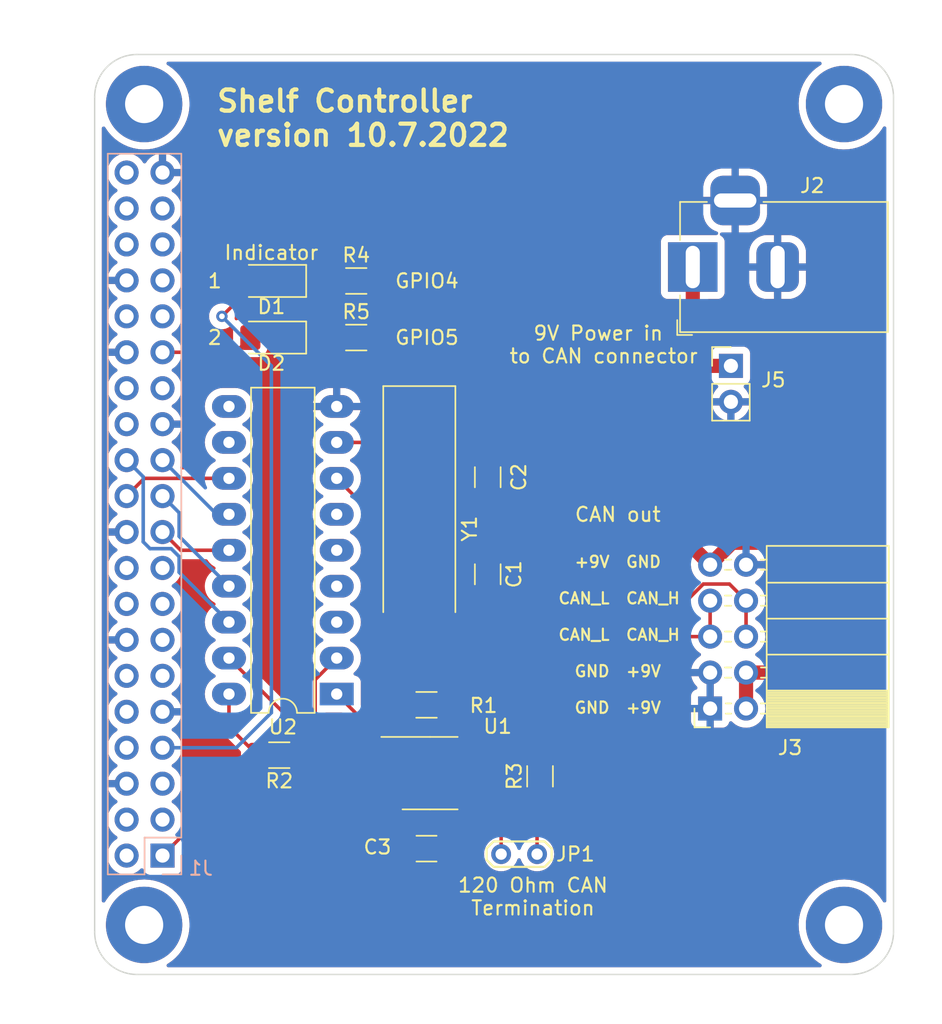
<source format=kicad_pcb>
(kicad_pcb (version 20211014) (generator pcbnew)
  (title_block (comment 4 "AISLER Project ID: YKEBTVGH"))
  (layers (0 "F.Cu" signal) (31 "B.Cu" signal) (34 "B.Paste" user) (35 "F.Paste" user) (36 "B.SilkS" user "B.Silkscreen") (37 "F.SilkS" user "F.Silkscreen") (38 "B.Mask" user) (39 "F.Mask" user) (44 "Edge.Cuts" user))
  (net 0 "")
  (net 1 "+3V3")
  (net 6 "Net-(D1-Pad1)")
  (net 8 "Net-(JP1-Pad2)")
  (net 28 "GND")
  (net 29 "+9V")
  (net 30 "/CAN_L")
  (net 31 "/CAN_H")
  (net 32 "Net-(C1-Pad2)")
  (net 33 "Net-(C2-Pad2)")
  (net 34 "Net-(D1-Pad2)")
  (net 35 "Net-(R1-Pad1)")
  (net 36 "Net-(R2-Pad1)")
  (net 37 "Net-(U1-Pad1)")
  (net 38 "Net-(U1-Pad4)")
  (net 46 "/CAN_INT")
  (net 47 "/SPI_CLK")
  (net 48 "/MOSI")
  (net 49 "/MISO")
  (net 50 "/CAN_CS")
  (net 55 "Net-(D2-Pad2)")
  (net 56 "Net-(D2-Pad1)")
  (footprint "MountingHole:MountingHole_2.7mm_M2.5_Pad_TopBottom" (layer "F.Cu") (at 83 112)
    (fp_text reference "H4" hide)
    (fp_text value "MountingHole_Pad")
    (pad "1" connect circle (at 0 0) (size 5.4 5.4) (layers "B.Cu" "B.Mask"))
    (pad "1" connect circle (at 0 0) (size 5.4 5.4) (layers "F.Cu" "F.Mask"))
    (pad "1" thru_hole circle (at 0 0) (size 3.1 3.1) (drill 2.7) (layers *.Cu *.Mask))
  )
  (footprint "MountingHole:MountingHole_2.7mm_M2.5_Pad_TopBottom" (layer "F.Cu") (at 132.5 54)
    (fp_text reference "H2" hide)
    (fp_text value "MountingHole_Pad")
    (pad "1" thru_hole circle (at 0 0) (size 3.1 3.1) (drill 2.7) (layers *.Cu *.Mask))
    (pad "1" connect circle (at 0 0) (size 5.4 5.4) (layers "F.Cu" "F.Mask"))
    (pad "1" connect circle (at 0 0) (size 5.4 5.4) (layers "B.Cu" "B.Mask"))
  )
  (footprint "Capacitor_SMD:C_1206_3216Metric_Pad1.33x1.80mm_HandSolder" (layer "F.Cu") (at 102.97 106.61)
    (fp_text reference "C3" (at -3.47 -0.11) (layer "F.SilkS"))
    (fp_text value "100n")
    (fp_line (start -0.711252 -0.91) (end 0.711252 -0.91) (layer "F.SilkS") (width 0.12))
    (fp_line (start -0.711252 0.91) (end 0.711252 0.91) (layer "F.SilkS") (width 0.12))
    (pad "1" smd roundrect (at -1.5625 0) (size 1.325 1.8) (layers "F.Cu" "F.Paste" "F.Mask") (roundrect_rratio 0.1886792453) (net 28 "GND"))
    (pad "2" smd roundrect (at 1.5625 0) (size 1.325 1.8) (layers "F.Cu" "F.Paste" "F.Mask") (roundrect_rratio 0.1886792453) (net 1 "+3V3"))
  )
  (footprint "Package_DIP:DIP-18_W7.62mm_LongPads" (layer "F.Cu") (at 96.62 95.688 180)
    (fp_text reference "U2" (at 3.81 -2.33) (layer "F.SilkS"))
    (fp_text value "MCP2515")
    (fp_line (start 6.06 21.65) (end 6.06 -1.33) (layer "F.SilkS") (width 0.12))
    (fp_line (start 1.56 -1.33) (end 1.56 21.65) (layer "F.SilkS") (width 0.12))
    (fp_line (start 6.06 -1.33) (end 4.81 -1.33) (layer "F.SilkS") (width 0.12))
    (fp_line (start 2.81 -1.33) (end 1.56 -1.33) (layer "F.SilkS") (width 0.12))
    (fp_line (start 1.56 21.65) (end 6.06 21.65) (layer "F.SilkS") (width 0.12))
    (fp_arc (start 4.81 -1.33) (mid 3.81 -0.33) (end 2.81 -1.33) (layer "F.SilkS") (width 0.12))
    (pad "1" thru_hole rect (at 0 0 180) (size 2.4 1.6) (drill 0.8) (layers *.Cu *.Mask) (net 37 "Net-(U1-Pad1)"))
    (pad "2" thru_hole oval (at 0 2.54 180) (size 2.4 1.6) (drill 0.8) (layers *.Cu *.Mask) (net 38 "Net-(U1-Pad4)"))
    (pad "3" thru_hole oval (at 0 5.08 180) (size 2.4 1.6) (drill 0.8) (layers *.Cu *.Mask))
    (pad "4" thru_hole oval (at 0 7.62 180) (size 2.4 1.6) (drill 0.8) (layers *.Cu *.Mask))
    (pad "5" thru_hole oval (at 0 10.16 180) (size 2.4 1.6) (drill 0.8) (layers *.Cu *.Mask))
    (pad "6" thru_hole oval (at 0 12.7 180) (size 2.4 1.6) (drill 0.8) (layers *.Cu *.Mask))
    (pad "7" thru_hole oval (at 0 15.24 180) (size 2.4 1.6) (drill 0.8) (layers *.Cu *.Mask) (net 32 "Net-(C1-Pad2)"))
    (pad "8" thru_hole oval (at 0 17.78 180) (size 2.4 1.6) (drill 0.8) (layers *.Cu *.Mask) (net 33 "Net-(C2-Pad2)"))
    (pad "9" thru_hole oval (at 0 20.32 180) (size 2.4 1.6) (drill 0.8) (layers *.Cu *.Mask) (net 28 "GND"))
    (pad "10" thru_hole oval (at 7.62 20.32 180) (size 2.4 1.6) (drill 0.8) (layers *.Cu *.Mask))
    (pad "11" thru_hole oval (at 7.62 17.78 180) (size 2.4 1.6) (drill 0.8) (layers *.Cu *.Mask))
    (pad "12" thru_hole oval (at 7.62 15.24 180) (size 2.4 1.6) (drill 0.8) (layers *.Cu *.Mask) (net 46 "/CAN_INT"))
    (pad "13" thru_hole oval (at 7.62 12.7 180) (size 2.4 1.6) (drill 0.8) (layers *.Cu *.Mask) (net 47 "/SPI_CLK"))
    (pad "14" thru_hole oval (at 7.62 10.16 180) (size 2.4 1.6) (drill 0.8) (layers *.Cu *.Mask) (net 48 "/MOSI"))
    (pad "15" thru_hole oval (at 7.62 7.62 180) (size 2.4 1.6) (drill 0.8) (layers *.Cu *.Mask) (net 49 "/MISO"))
    (pad "16" thru_hole oval (at 7.62 5.08 180) (size 2.4 1.6) (drill 0.8) (layers *.Cu *.Mask) (net 50 "/CAN_CS"))
    (pad "17" thru_hole oval (at 7.62 2.54 180) (size 2.4 1.6) (drill 0.8) (layers *.Cu *.Mask) (net 36 "Net-(R2-Pad1)"))
    (pad "18" thru_hole oval (at 7.62 0 180) (size 2.4 1.6) (drill 0.8) (layers *.Cu *.Mask) (net 1 "+3V3"))
  )
  (footprint "Resistor_SMD:R_1206_3216Metric_Pad1.30x1.75mm_HandSolder" (layer "F.Cu") (at 111 101.5 90)
    (fp_text reference "R3" (at 0 -1.82 90) (layer "F.SilkS"))
    (fp_text value "120")
    (fp_line (start -0.727064 -0.91) (end 0.727064 -0.91) (layer "F.SilkS") (width 0.12))
    (fp_line (start -0.727064 0.91) (end 0.727064 0.91) (layer "F.SilkS") (width 0.12))
    (pad "1" smd roundrect (at -1.55 0 90) (size 1.3 1.75) (layers "F.Cu" "F.Paste" "F.Mask") (roundrect_rratio 0.1923076923) (net 8 "Net-(JP1-Pad2)"))
    (pad "2" smd roundrect (at 1.55 0 90) (size 1.3 1.75) (layers "F.Cu" "F.Paste" "F.Mask") (roundrect_rratio 0.1923076923) (net 31 "/CAN_H"))
  )
  (footprint "MountingHole:MountingHole_2.7mm_M2.5_Pad_TopBottom" (layer "F.Cu") (at 83 54)
    (fp_text reference "H1" hide)
    (fp_text value "MountingHole_Pad")
    (pad "1" connect circle (at 0 0) (size 5.4 5.4) (layers "B.Cu" "B.Mask"))
    (pad "1" connect circle (at 0 0) (size 5.4 5.4) (layers "F.Cu" "F.Mask"))
    (pad "1" thru_hole circle (at 0 0) (size 3.1 3.1) (drill 2.7) (layers *.Cu *.Mask))
  )
  (footprint "TestPoint:TestPoint_2Pads_Pitch2.54mm_Drill0.8mm" (layer "F.Cu") (at 108.25 107)
    (fp_text reference "JP1" (at 5.25 0) (layer "F.SilkS"))
    (fp_text value "Jumper_2_Open")
    (fp_line (start 3.57 -0.4) (end 3.57 0.4) (layer "F.SilkS") (width 0.15))
    (fp_line (start -1.03 -0.4) (end -0.53 -0.9) (layer "F.SilkS") (width 0.15))
    (fp_line (start -1.03 0.4) (end -1.03 -0.4) (layer "F.SilkS") (width 0.15))
    (fp_line (start 3.57 0.4) (end 3.07 0.9) (layer "F.SilkS") (width 0.15))
    (fp_line (start 3.07 -0.9) (end 3.57 -0.4) (layer "F.SilkS") (width 0.15))
    (fp_line (start -0.53 -0.9) (end 3.07 -0.9) (layer "F.SilkS") (width 0.15))
    (fp_line (start -0.53 0.9) (end -1.03 0.4) (layer "F.SilkS") (width 0.15))
    (fp_line (start 3.07 0.9) (end -0.53 0.9) (layer "F.SilkS") (width 0.15))
    (pad "1" thru_hole circle (at 0 0) (size 1.4 1.4) (drill 0.8) (layers *.Cu *.Mask) (net 30 "/CAN_L"))
    (pad "2" thru_hole circle (at 2.54 0) (size 1.4 1.4) (drill 0.8) (layers *.Cu *.Mask) (net 8 "Net-(JP1-Pad2)"))
  )
  (footprint "Connector_PinSocket_2.54mm:PinSocket_2x05_P2.54mm_Horizontal" (layer "F.Cu") (at 123.031 96.709511 180)
    (fp_text reference "J3" (at -5.65 -2.77) (layer "F.SilkS"))
    (fp_text value "Conn_02x05_Odd_Even")
    (fp_line (start -4 2.18) (end -3.59 2.18) (layer "F.SilkS") (width 0.12))
    (fp_line (start -12.63 -0.855715) (end -4 -0.855715) (layer "F.SilkS") (width 0.12))
    (fp_line (start -12.63 0.91571) (end -4 0.91571) (layer "F.SilkS") (width 0.12))
    (fp_line (start -12.63 -0.50143) (end -4 -0.50143) (layer "F.SilkS") (width 0.12))
    (fp_line (start -12.63 -0.02905) (end -4 -0.02905) (layer "F.SilkS") (width 0.12))
    (fp_line (start -4 10.52) (end -3.59 10.52) (layer "F.SilkS") (width 0.12))
    (fp_line (start -1.49 9.8) (end -1.05 9.8) (layer "F.SilkS") (width 0.12))
    (fp_line (start -12.63 -0.97381) (end -4 -0.97381) (layer "F.SilkS") (width 0.12))
    (fp_line (start -12.63 -0.73762) (end -4 -0.73762) (layer "F.SilkS") (width 0.12))
    (fp_line (start -12.63 0.325235) (end -4 0.325235) (layer "F.SilkS") (width 0.12))
    (fp_line (start -12.63 0.20714) (end -4 0.20714) (layer "F.SilkS") (width 0.12))
    (fp_line (start -1.49 7.26) (end -1.05 7.26) (layer "F.SilkS") (width 0.12))
    (fp_line (start -4 7.98) (end -3.59 7.98) (layer "F.SilkS") (width 0.12))
    (fp_line (start -4 7.26) (end -3.59 7.26) (layer "F.SilkS") (width 0.12))
    (fp_line (start -12.63 1.1519) (end -4 1.1519) (layer "F.SilkS") (width 0.12))
    (fp_line (start -4 -1.33) (end -4 11.49) (layer "F.SilkS") (width 0.12))
    (fp_line (start -12.63 -1.33) (end -12.63 11.49) (layer "F.SilkS") (width 0.12))
    (fp_line (start -1.49 7.98) (end -1.05 7.98) (layer "F.SilkS") (width 0.12))
    (fp_line (start -12.63 3.81) (end -4 3.81) (layer "F.SilkS") (width 0.12))
    (fp_line (start -4 5.44) (end -3.59 5.44) (layer "F.SilkS") (width 0.12))
    (fp_line (start -4 -0.36) (end -3.59 -0.36) (layer "F.SilkS") (width 0.12))
    (fp_line (start -12.63 0.67952) (end -4 0.67952) (layer "F.SilkS") (width 0.12))
    (fp_line (start -12.63 -1.21) (end -4 -1.21) (layer "F.SilkS") (width 0.12))
    (fp_line (start -12.63 11.49) (end -4 11.49) (layer "F.SilkS") (width 0.12))
    (fp_line (start -12.63 -1.091905) (end -4 -1.091905) (layer "F.SilkS") (width 0.12))
    (fp_line (start -1.49 2.9) (end -1.05 2.9) (layer "F.SilkS") (width 0.12))
    (fp_line (start -12.63 -0.383335) (end -4 -0.383335) (layer "F.SilkS") (width 0.12))
    (fp_line (start -4 0.36) (end -3.59 0.36) (layer "F.SilkS") (width 0.12))
    (fp_line (start -1.49 5.44) (end -1.05 5.44) (layer "F.SilkS") (width 0.12))
    (fp_line (start -12.63 -0.147145) (end -4 -0.147145) (layer "F.SilkS") (width 0.12))
    (fp_line (start -12.63 -0.619525) (end -4 -0.619525) (layer "F.SilkS") (width 0.12))
    (fp_line (start -4 4.72) (end -3.59 4.72) (layer "F.SilkS") (width 0.12))
    (fp_line (start -4 9.8) (end -3.59 9.8) (layer "F.SilkS") (width 0.12))
    (fp_line (start -1.49 4.72) (end -1.05 4.72) (layer "F.SilkS") (width 0.12))
    (fp_line (start -12.63 8.89) (end -4 8.89) (layer "F.SilkS") (width 0.12))
    (fp_line (start -1.49 -0.36) (end -1.11 -0.36) (layer "F.SilkS") (width 0.12))
    (fp_line (start -12.63 -1.33) (end -4 -1.33) (layer "F.SilkS") (width 0.12))
    (fp_line (start -12.63 6.35) (end -4 6.35) (layer "F.SilkS") (width 0.12))
    (fp_line (start -12.63 0.44333) (end -4 0.44333) (layer "F.SilkS") (width 0.12))
    (fp_line (start -4 2.9) (end -3.59 2.9) (layer "F.SilkS") (width 0.12))
    (fp_line (start -12.63 0.561425) (end -4 0.561425) (layer "F.SilkS") (width 0.12))
    (fp_line (start -12.63 -0.26524) (end -4 -0.26524) (layer "F.SilkS") (width 0.12))
    (fp_line (start 1.11 -1.33) (end 1.11 0) (layer "F.SilkS") (width 0.12))
    (fp_line (start -12.63 0.797615) (end -4 0.797615) (layer "F.SilkS") (width 0.12))
    (fp_line (start -1.49 10.52) (end -1.05 10.52) (layer "F.SilkS") (width 0.12))
    (fp_line (start 0 -1.33) (end 1.11 -1.33) (layer "F.SilkS") (width 0.12))
    (fp_line (start -12.63 0.089045) (end -4 0.089045) (layer "F.SilkS") (width 0.12))
    (fp_line (start -1.49 2.18) (end -1.05 2.18) (layer "F.SilkS") (width 0.12))
    (fp_line (start -12.63 1.27) (end -4 1.27) (layer "F.SilkS") (width 0.12))
    (fp_line (start -12.63 1.033805) (end -4 1.033805) (layer "F.SilkS") (width 0.12))
    (fp_line (start -1.49 0.36) (end -1.11 0.36) (layer "F.SilkS") (width 0.12))
    (pad "1" thru_hole rect (at 0 0 180) (size 1.7 1.7) (drill 1) (layers *.Cu *.Mask) (net 28 "GND"))
    (pad "2" thru_hole oval (at -2.54 0 180) (size 1.7 1.7) (drill 1) (layers *.Cu *.Mask) (net 29 "+9V"))
    (pad "3" thru_hole oval (at 0 2.54 180) (size 1.7 1.7) (drill 1) (layers *.Cu *.Mask) (net 28 "GND"))
    (pad "4" thru_hole oval (at -2.54 2.54 180) (size 1.7 1.7) (drill 1) (layers *.Cu *.Mask) (net 29 "+9V"))
    (pad "5" thru_hole oval (at 0 5.08 180) (size 1.7 1.7) (drill 1) (layers *.Cu *.Mask) (net 30 "/CAN_L"))
    (pad "6" thru_hole oval (at -2.54 5.08 180) (size 1.7 1.7) (drill 1) (layers *.Cu *.Mask) (net 31 "/CAN_H"))
    (pad "7" thru_hole oval (at 0 7.62 180) (size 1.7 1.7) (drill 1) (layers *.Cu *.Mask) (net 30 "/CAN_L"))
    (pad "8" thru_hole oval (at -2.54 7.62 180) (size 1.7 1.7) (drill 1) (layers *.Cu *.Mask) (net 31 "/CAN_H"))
    (pad "9" thru_hole oval (at 0 10.16 180) (size 1.7 1.7) (drill 1) (layers *.Cu *.Mask) (net 29 "+9V"))
    (pad "10" thru_hole oval (at -2.54 10.16 180) (size 1.7 1.7) (drill 1) (layers *.Cu *.Mask) (net 28 "GND"))
  )
  (footprint "Capacitor_SMD:C_1206_3216Metric_Pad1.33x1.80mm_HandSolder" (layer "F.Cu") (at 107.302 80.368 90)
    (fp_text reference "C2" (at 0 2.198 90) (layer "F.SilkS"))
    (fp_text value "22pF")
    (fp_line (start -0.711252 -0.91) (end 0.711252 -0.91) (layer "F.SilkS") (width 0.12))
    (fp_line (start -0.711252 0.91) (end 0.711252 0.91) (layer "F.SilkS") (width 0.12))
    (pad "1" smd roundrect (at -1.5625 0 90) (size 1.325 1.8) (layers "F.Cu" "F.Paste" "F.Mask") (roundrect_rratio 0.1886792453) (net 28 "GND"))
    (pad "2" smd roundrect (at 1.5625 0 90) (size 1.325 1.8) (layers "F.Cu" "F.Paste" "F.Mask") (roundrect_rratio 0.1886792453) (net 33 "Net-(C2-Pad2)"))
  )
  (footprint "Resistor_SMD:R_1206_3216Metric_Pad1.30x1.75mm_HandSolder" (layer "F.Cu") (at 98 66.5)
    (fp_text reference "R4" (at 0 -1.82) (layer "F.SilkS"))
    (fp_text value "120")
    (fp_line (start -0.727064 -0.91) (end 0.727064 -0.91) (layer "F.SilkS") (width 0.12))
    (fp_line (start -0.727064 0.91) (end 0.727064 0.91) (layer "F.SilkS") (width 0.12))
    (pad "1" smd roundrect (at -1.55 0) (size 1.3 1.75) (layers "F.Cu" "F.Paste" "F.Mask") (roundrect_rratio 0.1923076923) (net 6 "Net-(D1-Pad1)"))
    (pad "2" smd roundrect (at 1.55 0) (size 1.3 1.75) (layers "F.Cu" "F.Paste" "F.Mask") (roundrect_rratio 0.1923076923) (net 28 "GND"))
  )
  (footprint "Crystal:Crystal_SMD_HC49-SD_HandSoldering" (layer "F.Cu") (at 102.462 84.004 -90)
    (fp_text reference "Y1" (at 0 -3.55 90) (layer "F.SilkS"))
    (fp_text value "8MHz")
    (fp_line (start -10.075 2.55) (end 5.9 2.55) (layer "F.SilkS") (width 0.12))
    (fp_line (start 5.9 -2.55) (end -10.075 -2.55) (layer "F.SilkS") (width 0.12))
    (fp_line (start -10.075 -2.55) (end -10.075 2.55) (layer "F.SilkS") (width 0.12))
    (pad "1" smd rect (at -5.9375 0 270) (size 7.875 2) (layers "F.Cu" "F.Paste" "F.Mask") (net 33 "Net-(C2-Pad2)"))
    (pad "2" smd rect (at 5.9375 0 270) (size 7.875 2) (layers "F.Cu" "F.Paste" "F.Mask") (net 32 "Net-(C1-Pad2)"))
  )
  (footprint "LED_SMD:LED_1206_3216Metric_Pad1.42x1.75mm_HandSolder" (layer "F.Cu") (at 92 70.5 180)
    (fp_text reference "D2" (at 0 -1.82) (layer "F.SilkS"))
    (fp_text value "LED")
    (fp_line (start -2.46 -1.135) (end -2.46 1.135) (layer "F.SilkS") (width 0.12))
    (fp_line (start 1.6 -1.135) (end -2.46 -1.135) (layer "F.SilkS") (width 0.12))
    (fp_line (start -2.46 1.135) (end 1.6 1.135) (layer "F.SilkS") (width 0.12))
    (pad "1" smd roundrect (at -1.4875 0 180) (size 1.425 1.75) (layers "F.Cu" "F.Paste" "F.Mask") (roundrect_rratio 0.1754392982) (net 56 "Net-(D2-Pad1)"))
    (pad "2" smd roundrect (at 1.4875 0 180) (size 1.425 1.75) (layers "F.Cu" "F.Paste" "F.Mask") (roundrect_rratio 0.1754392982) (net 55 "Net-(D2-Pad2)"))
  )
  (footprint "Connector_BarrelJack:BarrelJack_Horizontal" (layer "F.Cu") (at 121.803 65.516511 180)
    (fp_text reference "J2" (at -8.45 5.75) (layer "F.SilkS"))
    (fp_text value "Barrel_Jack_Switch_Pin3Ring")
    (fp_line (start -5 4.6) (end -13.8 4.6) (layer "F.SilkS") (width 0.12))
    (fp_line (start 0.9 1.9) (end 0.9 4.6) (layer "F.SilkS") (width 0.12))
    (fp_line (start -13.8 -4.6) (end 0.9 -4.6) (layer "F.SilkS") (width 0.12))
    (fp_line (start 0.9 -4.6) (end 0.9 -2) (layer "F.SilkS") (width 0.12))
    (fp_line (start 0.05 -4.8) (end 1.1 -4.8) (layer "F.SilkS") (width 0.12))
    (fp_line (start 1.1 -3.75) (end 1.1 -4.8) (layer "F.SilkS") (width 0.12))
    (fp_line (start 0.9 4.6) (end -1 4.6) (layer "F.SilkS") (width 0.12))
    (fp_line (start -13.8 4.6) (end -13.8 -4.6) (layer "F.SilkS") (width 0.12))
    (pad "1" thru_hole rect (at 0 0 180) (size 3.5 3.5) (drill oval 1 3) (layers *.Cu *.Mask) (net 29 "+9V"))
    (pad "2" thru_hole roundrect (at -6 0 180) (size 3 3.5) (drill oval 1 3) (layers *.Cu *.Mask) (net 28 "GND"))
    (pad "3" thru_hole roundrect (at -3 4.7 180) (size 3.5 3.5) (drill oval 3 1) (layers *.Cu *.Mask) (net 28 "GND"))
  )
  (footprint "LED_SMD:LED_1206_3216Metric_Pad1.42x1.75mm_HandSolder" (layer "F.Cu") (at 92 66.5 180)
    (fp_text reference "D1" (at 0 -1.82) (layer "F.SilkS"))
    (fp_text value "LED")
    (fp_line (start 1.6 -1.135) (end -2.46 -1.135) (layer "F.SilkS") (width 0.12))
    (fp_line (start -2.46 -1.135) (end -2.46 1.135) (layer "F.SilkS") (width 0.12))
    (fp_line (start -2.46 1.135) (end 1.6 1.135) (layer "F.SilkS") (width 0.12))
    (pad "1" smd roundrect (at -1.4875 0 180) (size 1.425 1.75) (layers "F.Cu" "F.Paste" "F.Mask") (roundrect_rratio 0.1754392982) (net 6 "Net-(D1-Pad1)"))
    (pad "2" smd roundrect (at 1.4875 0 180) (size 1.425 1.75) (layers "F.Cu" "F.Paste" "F.Mask") (roundrect_rratio 0.1754392982) (net 34 "Net-(D1-Pad2)"))
  )
  (footprint "Resistor_SMD:R_1206_3216Metric_Pad1.30x1.75mm_HandSolder" (layer "F.Cu") (at 102.97 96.45 180)
    (fp_text reference "R1" (at -4.03 -0.05) (layer "F.SilkS"))
    (fp_text value "1k")
    (fp_line (start -0.727064 -0.91) (end 0.727064 -0.91) (layer "F.SilkS") (width 0.12))
    (fp_line (start -0.727064 0.91) (end 0.727064 0.91) (layer "F.SilkS") (width 0.12))
    (pad "1" smd roundrect (at -1.55 0 180) (size 1.3 1.75) (layers "F.Cu" "F.Paste" "F.Mask") (roundrect_rratio 0.1923076923) (net 35 "Net-(R1-Pad1)"))
    (pad "2" smd roundrect (at 1.55 0 180) (size 1.3 1.75) (layers "F.Cu" "F.Paste" "F.Mask") (roundrect_rratio 0.1923076923) (net 28 "GND"))
  )
  (footprint "Resistor_SMD:R_1206_3216Metric_Pad1.30x1.75mm_HandSolder" (layer "F.Cu") (at 98 70.5)
    (fp_text reference "R5" (at 0 -1.82) (layer "F.SilkS"))
    (fp_text value "120")
    (fp_line (start -0.727064 0.91) (end 0.727064 0.91) (layer "F.SilkS") (width 0.12))
    (fp_line (start -0.727064 -0.91) (end 0.727064 -0.91) (layer "F.SilkS") (width 0.12))
    (pad "1" smd roundrect (at -1.55 0) (size 1.3 1.75) (layers "F.Cu" "F.Paste" "F.Mask") (roundrect_rratio 0.1923076923) (net 56 "Net-(D2-Pad1)"))
    (pad "2" smd roundrect (at 1.55 0) (size 1.3 1.75) (layers "F.Cu" "F.Paste" "F.Mask") (roundrect_rratio 0.1923076923) (net 28 "GND"))
  )
  (footprint "Connector_PinHeader_2.54mm:PinHeader_1x02_P2.54mm_Vertical" (layer "F.Cu") (at 124.5 72.5)
    (fp_text reference "J5" (at 3 1) (layer "F.SilkS"))
    (fp_text value "Conn_01x02_Male")
    (fp_line (start -1.33 3.87) (end 1.33 3.87) (layer "F.SilkS") (width 0.12))
    (fp_line (start -1.33 0) (end -1.33 -1.33) (layer "F.SilkS") (width 0.12))
    (fp_line (start -1.33 -1.33) (end 0 -1.33) (layer "F.SilkS") (width 0.12))
    (fp_line (start -1.33 1.27) (end 1.33 1.27) (layer "F.SilkS") (width 0.12))
    (fp_line (start -1.33 1.27) (end -1.33 3.87) (layer "F.SilkS") (width 0.12))
    (fp_line (start 1.33 1.27) (end 1.33 3.87) (layer "F.SilkS") (width 0.12))
    (pad "1" thru_hole rect (at 0 0) (size 1.7 1.7) (drill 1) (layers *.Cu *.Mask) (net 29 "+9V"))
    (pad "2" thru_hole oval (at 0 2.54) (size 1.7 1.7) (drill 1) (layers *.Cu *.Mask) (net 28 "GND"))
  )
  (footprint "Package_SO:SOIC-8_3.9x4.9mm_P1.27mm" (layer "F.Cu") (at 103.224 101.276)
    (fp_text reference "U1" (at 4.776 -3.302) (layer "F.SilkS"))
    (fp_text value "SN65HVD230")
    (fp_line (start 0 -2.56) (end -3.45 -2.56) (layer "F.SilkS") (width 0.12))
    (fp_line (start 0 -2.56) (end 1.95 -2.56) (layer "F.SilkS") (width 0.12))
    (fp_line (start 0 2.56) (end 1.95 2.56) (layer "F.SilkS") (width 0.12))
    (fp_line (start 0 2.56) (end -1.95 2.56) (layer "F.SilkS") (width 0.12))
    (pad "1" smd roundrect (at -2.475 -1.905) (size 2.564 0.6) (layers "F.Cu" "F.Paste" "F.Mask") (net 37 "Net-(U1-Pad1)"))
    (pad "2" smd roundrect (at -2.475 -0.635) (size 2.564 0.6) (layers "F.Cu" "F.Paste" "F.Mask") (net 28 "GND"))
    (pad "3" smd roundrect (at -2.475 0.635) (size 2.564 0.6) (layers "F.Cu" "F.Paste" "F.Mask") (net 1 "+3V3"))
    (pad "4" smd roundrect (at -2.475 1.905) (size 2.564 0.6) (layers "F.Cu" "F.Paste" "F.Mask") (net 38 "Net-(U1-Pad4)"))
    (pad "5" smd roundrect (at 2.475 1.905) (size 2.564 0.6) (layers "F.Cu" "F.Paste" "F.Mask"))
    (pad "6" smd roundrect (at 2.475 0.635) (size 2.564 0.6) (layers "F.Cu" "F.Paste" "F.Mask") (net 30 "/CAN_L"))
    (pad "7" smd roundrect (at 2.475 -0.635) (size 2.564 0.6) (layers "F.Cu" "F.Paste" "F.Mask") (net 31 "/CAN_H"))
    (pad "8" smd roundrect (at 2.475 -1.905) (size 2.564 0.6) (layers "F.Cu" "F.Paste" "F.Mask") (net 35 "Net-(R1-Pad1)"))
  )
  (footprint "MountingHole:MountingHole_2.7mm_M2.5_Pad_TopBottom" (layer "F.Cu") (at 132.5 112)
    (fp_text reference "H3" hide)
    (fp_text value "MountingHole_Pad")
    (pad "1" connect circle (at 0 0) (size 5.4 5.4) (layers "F.Cu" "F.Mask"))
    (pad "1" thru_hole circle (at 0 0) (size 3.1 3.1) (drill 2.7) (layers *.Cu *.Mask))
    (pad "1" connect circle (at 0 0) (size 5.4 5.4) (layers "B.Cu" "B.Mask"))
  )
  (footprint "Capacitor_SMD:C_1206_3216Metric_Pad1.33x1.80mm_HandSolder" (layer "F.Cu") (at 107.302 87.226 -90)
    (fp_text reference "C1" (at 0 -1.85 90) (layer "F.SilkS"))
    (fp_text value "22pF")
    (fp_line (start -0.711252 -0.91) (end 0.711252 -0.91) (layer "F.SilkS") (width 0.12))
    (fp_line (start -0.711252 0.91) (end 0.711252 0.91) (layer "F.SilkS") (width 0.12))
    (pad "1" smd roundrect (at -1.5625 0 270) (size 1.325 1.8) (layers "F.Cu" "F.Paste" "F.Mask") (roundrect_rratio 0.1886792453) (net 28 "GND"))
    (pad "2" smd roundrect (at 1.5625 0 270) (size 1.325 1.8) (layers "F.Cu" "F.Paste" "F.Mask") (roundrect_rratio 0.1886792453) (net 32 "Net-(C1-Pad2)"))
  )
  (footprint "Resistor_SMD:R_1206_3216Metric_Pad1.30x1.75mm_HandSolder" (layer "F.Cu") (at 92.556 100.006 180)
    (fp_text reference "R2" (at 0 -1.82) (layer "F.SilkS"))
    (fp_text value "10k")
    (fp_line (start -0.727064 0.91) (end 0.727064 0.91) (layer "F.SilkS") (width 0.12))
    (fp_line (start -0.727064 -0.91) (end 0.727064 -0.91) (layer "F.SilkS") (width 0.12))
    (pad "1" smd roundrect (at -1.55 0 180) (size 1.3 1.75) (layers "F.Cu" "F.Paste" "F.Mask") (roundrect_rratio 0.1923076923) (net 36 "Net-(R2-Pad1)"))
    (pad "2" smd roundrect (at 1.55 0 180) (size 1.3 1.75) (layers "F.Cu" "F.Paste" "F.Mask") (roundrect_rratio 0.1923076923) (net 1 "+3V3"))
  )
  (footprint "Connector_PinSocket_2.54mm:PinSocket_2x20_P2.54mm_Vertical" (layer "B.Cu") (at 84.3 107.1)
    (fp_text reference "J1" (at 2.7 0.9) (layer "B.SilkS") (effects (justify mirror)))
    (fp_text value "Raspberry_Pi_2_3")
    (fp_line (start 0 1.33) (end 1.33 1.33) (layer "B.SilkS") (width 0.12))
    (fp_line (start 1.33 -1.27) (end 1.33 -49.59) (layer "B.SilkS") (width 0.12))
    (fp_line (start -3.87 1.33) (end -3.87 -49.59) (layer "B.SilkS") (width 0.12))
    (fp_line (start -3.87 1.33) (end -1.27 1.33) (layer "B.SilkS") (width 0.12))
    (fp_line (start 1.33 1.33) (end 1.33 0) (layer "B.SilkS") (width 0.12))
    (fp_line (start -3.87 -49.59) (end 1.33 -49.59) (layer "B.SilkS") (width 0.12))
    (fp_line (start -1.27 1.33) (end -1.27 -1.27) (layer "B.SilkS") (width 0.12))
    (fp_line (start -1.27 -1.27) (end 1.33 -1.27) (layer "B.SilkS") (width 0.12))
    (pad "1" thru_hole rect (at 0 0) (size 1.7 1.7) (drill 1) (layers *.Cu *.Mask) (net 1 "+3V3"))
    (pad "2" thru_hole oval (at -2.54 0) (size 1.7 1.7) (drill 1) (layers *.Cu *.Mask))
    (pad "3" thru_hole oval (at 0 -2.54) (size 1.7 1.7) (drill 1) (layers *.Cu *.Mask))
    (pad "4" thru_hole oval (at -2.54 -2.54) (size 1.7 1.7) (drill 1) (layers *.Cu *.Mask))
    (pad "5" thru_hole oval (at 0 -5.08) (size 1.7 1.7) (drill 1) (layers *.Cu *.Mask))
    (pad "6" thru_hole oval (at -2.54 -5.08) (size 1.7 1.7) (drill 1) (layers *.Cu *.Mask) (net 28 "GND"))
    (pad "7" thru_hole oval (at 0 -7.62) (size 1.7 1.7) (drill 1) (layers *.Cu *.Mask) (net 34 "Net-(D1-Pad2)"))
    (pad "8" thru_hole oval (at -2.54 -7.62) (size 1.7 1.7) (drill 1) (layers *.Cu *.Mask))
    (pad "9" thru_hole oval (at 0 -10.16) (size 1.7 1.7) (drill 1) (layers *.Cu *.Mask) (net 28 "GND"))
    (pad "10" thru_hole oval (at -2.54 -10.16) (size 1.7 1.7) (drill 1) (layers *.Cu *.Mask))
    (pad "11" thru_hole oval (at 0 -12.7) (size 1.7 1.7) (drill 1) (layers *.Cu *.Mask))
    (pad "12" thru_hole oval (at -2.54 -12.7) (size 1.7 1.7) (drill 1) (layers *.Cu *.Mask))
    (pad "13" thru_hole oval (at 0 -15.24) (size 1.7 1.7) (drill 1) (layers *.Cu *.Mask))
    (pad "14" thru_hole oval (at -2.54 -15.24) (size 1.7 1.7) (drill 1) (layers *.Cu *.Mask) (net 28 "GND"))
    (pad "15" thru_hole oval (at 0 -17.78) (size 1.7 1.7) (drill 1) (layers *.Cu *.Mask))
    (pad "16" thru_hole oval (at -2.54 -17.78) (size 1.7 1.7) (drill 1) (layers *.Cu *.Mask))
    (pad "17" thru_hole oval (at 0 -20.32) (size 1.7 1.7) (drill 1) (layers *.Cu *.Mask))
    (pad "18" thru_hole oval (at -2.54 -20.32) (size 1.7 1.7) (drill 1) (layers *.Cu *.Mask))
    (pad "19" thru_hole oval (at 0 -22.86) (size 1.7 1.7) (drill 1) (layers *.Cu *.Mask) (net 48 "/MOSI"))
    (pad "20" thru_hole oval (at -2.54 -22.86) (size 1.7 1.7) (drill 1) (layers *.Cu *.Mask) (net 28 "GND"))
    (pad "21" thru_hole oval (at 0 -25.4) (size 1.7 1.7) (drill 1) (layers *.Cu *.Mask) (net 49 "/MISO"))
    (pad "22" thru_hole oval (at -2.54 -25.4) (size 1.7 1.7) (drill 1) (layers *.Cu *.Mask) (net 46 "/CAN_INT"))
    (pad "23" thru_hole oval (at 0 -27.94) (size 1.7 1.7) (drill 1) (layers *.Cu *.Mask) (net 47 "/SPI_CLK"))
    (pad "24" thru_hole oval (at -2.54 -27.94) (size 1.7 1.7) (drill 1) (layers *.Cu *.Mask) (net 50 "/CAN_CS"))
    (pad "25" thru_hole oval (at 0 -30.48) (size 1.7 1.7) (drill 1) (layers *.Cu *.Mask) (net 28 "GND"))
    (pad "26" thru_hole oval (at -2.54 -30.48) (size 1.7 1.7) (drill 1) (layers *.Cu *.Mask))
    (pad "27" thru_hole oval (at 0 -33.02) (size 1.7 1.7) (drill 1) (layers *.Cu *.Mask))
    (pad "28" thru_hole oval (at -2.54 -33.02) (size 1.7 1.7) (drill 1) (layers *.Cu *.Mask))
    (pad "29" thru_hole oval (at 0 -35.56) (size 1.7 1.7) (drill 1) (layers *.Cu *.Mask) (net 55 "Net-(D2-Pad2)"))
    (pad "30" thru_hole oval (at -2.54 -35.56) (size 1.7 1.7) (drill 1) (layers *.Cu *.Mask) (net 28 "GND"))
    (pad "31" thru_hole oval (at 0 -38.1) (size 1.7 1.7) (drill 1) (layers *.Cu *.Mask))
    (pad "32" thru_hole oval (at -2.54 -38.1) (size 1.7 1.7) (drill 1) (layers *.Cu *.Mask))
    (pad "33" thru_hole oval (at 0 -40.64) (size 1.7 1.7) (drill 1) (layers *.Cu *.Mask))
    (pad "34" thru_hole oval (at -2.54 -40.64) (size 1.7 1.7) (drill 1) (layers *.Cu *.Mask) (net 28 "GND"))
    (pad "35" thru_hole oval (at 0 -43.18) (size 1.7 1.7) (drill 1) (layers *.Cu *.Mask))
    (pad "36" thru_hole oval (at -2.54 -43.18) (size 1.7 1.7) (drill 1) (layers *.Cu *.Mask))
    (pad "37" thru_hole oval (at 0 -45.72) (size 1.7 1.7) (drill 1) (layers *.Cu *.Mask))
    (pad "38" thru_hole oval (at -2.54 -45.72) (size 1.7 1.7) (drill 1) (layers *.Cu *.Mask))
    (pad "39" thru_hole oval (at 0 -48.26) (size 1.7 1.7) (drill 1) (layers *.Cu *.Mask) (net 28 "GND"))
    (pad "40" thru_hole oval (at -2.54 -48.26) (size 1.7 1.7) (drill 1) (layers *.Cu *.Mask))
  )
  (gr_arc (start 79.5 53.5) (mid 80.37868 51.37868) (end 82.5 50.5) (layer "Edge.Cuts") (width 0.1))
  (gr_line (start 82.5 115.5) (end 133 115.5) (layer "Edge.Cuts") (width 0.1))
  (gr_arc (start 133 50.5) (mid 135.12132 51.37868) (end 136 53.5) (layer "Edge.Cuts") (width 0.1))
  (gr_line (start 82.5 50.5) (end 133 50.5) (layer "Edge.Cuts") (width 0.1))
  (gr_arc (start 136 112.5) (mid 135.12132 114.62132) (end 133 115.5) (layer "Edge.Cuts") (width 0.1))
  (gr_line (start 79.5 53.5) (end 79.5 112.5) (layer "Edge.Cuts") (width 0.1))
  (gr_line (start 136 53.5) (end 136 112.5) (layer "Edge.Cuts") (width 0.1))
  (gr_arc (start 82.5 115.5) (mid 80.37868 114.62132) (end 79.5 112.5) (layer "Edge.Cuts") (width 0.1))
  (gr_text "1" (at 88 66.5) (layer "F.SilkS") (effects (font (size 1 1))))
  (gr_text "120 Ohm CAN\nTermination" (at 110.5 110) (layer "F.SilkS") (effects (font (size 1 1))))
  (gr_text "2" (at 88 70.5) (layer "F.SilkS") (effects (font (size 1 1))))
  (gr_text "9V Power in \nto CAN connector" (at 115.5 71) (layer "F.SilkS") (effects (font (size 1 1))))
  (gr_text "+9V\n\nCAN_L\n\nCAN_L\n\nGND\n\nGND" (at 116 91.5) (layer "F.SilkS") (effects (font (size 0.8 0.8)) (justify right)))
  (gr_text "GPIO4" (at 103 66.5) (layer "F.SilkS") (effects (font (size 1 1))))
  (gr_text "Shelf Controller\nversion 10.7.2022" (at 88 55) (layer "F.SilkS") (effects (font (size 1.5 1.5) (thickness 0.3)) (justify left)))
  (gr_text "CAN out" (at 116.5 83) (layer "F.SilkS") (effects (font (size 1 1))))
  (gr_text "Indicator" (at 92 64.5) (layer "F.SilkS") (effects (font (size 1 1))))
  (gr_text "GND\n\nCAN_H\n\nCAN_H\n\n+9V\n\n+9V" (at 117 91.5) (layer "F.SilkS") (effects (font (size 0.8 0.8)) (justify left)))
  (gr_text "GPIO5" (at 103 70.5) (layer "F.SilkS") (effects (font (size 1 1))))
  (segment (start 103 103.478928) (end 101.432072 101.911) (width 0.25) (layer "F.Cu") (net 1))
  (segment (start 95.5 104.5) (end 103 104.5) (width 0.25) (layer "F.Cu") (net 1))
  (segment (start 84.3 107.1) (end 91.006 100.394) (width 0.25) (layer "F.Cu") (net 1))
  (segment (start 104.5325 106.0325) (end 103 104.5) (width 0.25) (layer "F.Cu") (net 1))
  (segment (start 91.006 100.006) (end 95.5 104.5) (width 0.25) (layer "F.Cu") (net 1))
  (segment (start 89 95.688) (end 89 98) (width 0.25) (layer "F.Cu") (net 1))
  (segment (start 104.5325 106.61) (end 104.5325 106.0325) (width 0.25) (layer "F.Cu") (net 1))
  (segment (start 101.432072 101.911) (end 100.749 101.911) (width 0.25) (layer "F.Cu") (net 1))
  (segment (start 103 104.5) (end 103 103.478928) (width 0.25) (layer "F.Cu") (net 1))
  (segment (start 91.006 100.394) (end 91.006 100.006) (width 0.25) (layer "F.Cu") (net 1))
  (segment (start 89 98) (end 91.006 100.006) (width 0.25) (layer "F.Cu") (net 1))
  (segment (start 96.45 66.5) (end 93.4875 66.5) (width 0.25) (layer "F.Cu") (net 6))
  (segment (start 110.79 107) (end 110.79 103.26) (width 0.25) (layer "F.Cu") (net 8))
  (segment (start 110.79 103.26) (end 111 103.05) (width 0.25) (layer "F.Cu") (net 8))
  (segment (start 121.803 68.303) (end 121.803 72.303) (width 1) (layer "F.Cu") (net 29))
  (segment (start 133.419489 85) (end 133.445 85.025511) (width 1) (layer "F.Cu") (net 29))
  (segment (start 125.571 94.169511) (end 125.571 96.709511) (width 1) (layer "F.Cu") (net 29))
  (segment (start 133.445 94.169511) (end 125.571 94.169511) (width 1) (layer "F.Cu") (net 29))
  (segment (start 133.445 85.025511) (end 133.445 94.169511) (width 1) (layer "F.Cu") (net 29))
  (segment (start 122 72.5) (end 121.803 72.303) (width 1) (layer "F.Cu") (net 29))
  (segment (start 121.803 85.321511) (end 123.031 86.549511) (width 1) (layer "F.Cu") (net 29))
  (segment (start 121.803 72.303) (end 121.803 85.321511) (width 1) (layer "F.Cu") (net 29))
  (segment (start 124.5 72.5) (end 122 72.5) (width 1) (layer "F.Cu") (net 29))
  (segment (start 121.803 65.516511) (end 121.803 68.303) (width 1) (layer "F.Cu") (net 29))
  (segment (start 124.580511 85) (end 133.419489 85) (width 1) (layer "F.Cu") (net 29))
  (segment (start 123.031 86.549511) (end 124.580511 85) (width 1) (layer "F.Cu") (net 29))
  (segment (start 121.157982 91.629511) (end 123.031 91.629511) (width 0.25) (layer "F.Cu") (net 30))
  (segment (start 108.25 107) (end 108.25 103.778928) (width 0.25) (layer "F.Cu") (net 30))
  (segment (start 105.699 101.911) (end 110.876493 101.911) (width 0.25) (layer "F.Cu") (net 30))
  (segment (start 106.382072 101.911) (end 105.699 101.911) (width 0.25) (layer "F.Cu") (net 30))
  (segment (start 123.031 89.089511) (end 123.031 91.629511) (width 0.25) (layer "F.Cu") (net 30))
  (segment (start 108.25 103.778928) (end 106.382072 101.911) (width 0.25) (layer "F.Cu") (net 30))
  (segment (start 110.876493 101.911) (end 121.157982 91.629511) (width 0.25) (layer "F.Cu") (net 30))
  (segment (start 124.396489 87.915) (end 125.571 89.089511) (width 0.25) (layer "F.Cu") (net 31))
  (segment (start 111 99.459501) (end 122.544501 87.915) (width 0.25) (layer "F.Cu") (net 31))
  (segment (start 122.544501 87.915) (end 124.396489 87.915) (width 0.25) (layer "F.Cu") (net 31))
  (segment (start 125.571 89.089511) (end 125.571 91.629511) (width 0.25) (layer "F.Cu") (net 31))
  (segment (start 105.699 100.641) (end 110.309 100.641) (width 0.25) (layer "F.Cu") (net 31))
  (segment (start 111 99.95) (end 111 99.459501) (width 0.25) (layer "F.Cu") (net 31))
  (segment (start 110.309 100.641) (end 111 99.95) (width 0.25) (layer "F.Cu") (net 31))
  (segment (start 106.149 89.9415) (end 102.462 89.9415) (width 0.25) (layer "F.Cu") (net 32))
  (segment (start 102.462 86.29) (end 102.462 89.9415) (width 0.25) (layer "F.Cu") (net 32))
  (segment (start 96.62 80.448) (end 102.462 86.29) (width 0.25) (layer "F.Cu") (net 32))
  (segment (start 107.302 88.7885) (end 106.149 89.9415) (width 0.25) (layer "F.Cu") (net 32))
  (segment (start 102.462 78.0665) (end 106.563 78.0665) (width 0.25) (layer "F.Cu") (net 33))
  (segment (start 96.62 77.908) (end 102.3035 77.908) (width 0.25) (layer "F.Cu") (net 33))
  (segment (start 106.563 78.0665) (end 107.302 78.8055) (width 0.25) (layer "F.Cu") (net 33))
  (segment (start 102.3035 77.908) (end 102.462 78.0665) (width 0.25) (layer "F.Cu") (net 33))
  (segment (start 90.5125 66.5) (end 90.5125 66.9875) (width 0.25) (layer "F.Cu") (net 34))
  (segment (start 90.5125 66.9875) (end 88.5 69) (width 0.25) (layer "F.Cu") (net 34))
  (via (at 88.5 69) (size 0.8) (drill 0.4) (layers "F.Cu" "B.Cu") (net 34))
  (segment (start 92 72.5) (end 88.5 69) (width 0.25) (layer "B.Cu") (net 34))
  (segment (start 89.52 99.48) (end 92 97) (width 0.25) (layer "B.Cu") (net 34))
  (segment (start 84.3 99.48) (end 89.52 99.48) (width 0.25) (layer "B.Cu") (net 34))
  (segment (start 92 97) (end 92 72.5) (width 0.25) (layer "B.Cu") (net 34))
  (segment (start 104.52 96.45) (end 104.52 98.192) (width 0.25) (layer "F.Cu") (net 35))
  (segment (start 104.52 98.192) (end 105.699 99.371) (width 0.25) (layer "F.Cu") (net 35))
  (segment (start 94.106 100.006) (end 94.106 98.254) (width 0.25) (layer "F.Cu") (net 36))
  (segment (start 94.106 98.254) (end 89 93.148) (width 0.25) (layer "F.Cu") (net 36))
  (segment (start 100.303 99.371) (end 96.62 95.688) (width 0.25) (layer "F.Cu") (net 37))
  (segment (start 100.749 99.371) (end 100.303 99.371) (width 0.25) (layer "F.Cu") (net 37))
  (segment (start 100.749 103.181) (end 100.065928 103.181) (width 0.25) (layer "F.Cu") (net 38))
  (segment (start 95.095489 98.210561) (end 95.095489 94.672511) (width 0.25) (layer "F.Cu") (net 38))
  (segment (start 95.095489 94.672511) (end 96.62 93.148) (width 0.25) (layer "F.Cu") (net 38))
  (segment (start 100.065928 103.181) (end 95.095489 98.210561) (width 0.25) (layer "F.Cu") (net 38))
  (segment (start 89 80.448) (end 83.012 80.448) (width 0.25) (layer "F.Cu") (net 46))
  (segment (start 83.012 80.448) (end 81.76 81.7) (width 0.25) (layer "F.Cu") (net 46))
  (segment (start 88.128 82.988) (end 84.3 79.16) (width 0.25) (layer "B.Cu") (net 47))
  (segment (start 89 82.988) (end 88.128 82.988) (width 0.25) (layer "B.Cu") (net 47))
  (segment (start 89 85.528) (end 85.588 85.528) (width 0.25) (layer "F.Cu") (net 48))
  (segment (start 85.588 85.528) (end 84.3 84.24) (width 0.25) (layer "F.Cu") (net 48))
  (segment (start 89 88.068) (end 85.474511 84.542511) (width 0.25) (layer "B.Cu") (net 49))
  (segment (start 85.474511 84.542511) (end 85.474511 82.874511) (width 0.25) (layer "B.Cu") (net 49))
  (segment (start 85.474511 82.874511) (end 84.3 81.7) (width 0.25) (layer "B.Cu") (net 49))
  (segment (start 84.914511 85.414511) (end 83.414511 85.414511) (width 0.25) (layer "B.Cu") (net 50))
  (segment (start 85.474511 87.082511) (end 85.474511 85.974511) (width 0.25) (layer "B.Cu") (net 50))
  (segment (start 82.934511 80.334511) (end 81.76 79.16) (width 0.25) (layer "B.Cu") (net 50))
  (segment (start 85.474511 85.974511) (end 84.914511 85.414511) (width 0.25) (layer "B.Cu") (net 50))
  (segment (start 82.934511 84.934511) (end 82.934511 80.334511) (width 0.25) (layer "B.Cu") (net 50))
  (segment (start 83.414511 85.414511) (end 82.934511 84.934511) (width 0.25) (layer "B.Cu") (net 50))
  (segment (start 89 90.608) (end 85.474511 87.082511) (width 0.25) (layer "B.Cu") (net 50))
  (segment (start 84.3 71.54) (end 89.4725 71.54) (width 0.25) (layer "F.Cu") (net 55))
  (segment (start 89.4725 71.54) (end 90.5125 70.5) (width 0.25) (layer "F.Cu") (net 55))
  (segment (start 93.4875 70.5) (end 96.45 70.5) (width 0.25) (layer "F.Cu") (net 56))
  (zone (net 28) (net_name "GND") (layer "F.Cu") (connect_pads (clearance 0.508)) (min_thickness 0.254) (fill yes (thermal_gap 0.508) (thermal_bridge_width 0.508))
    (polygon (pts (xy 76.454 118.65) (xy 76.454 46.65) (xy 136.954 46.65) (xy 136.954 118.65)))
  )
  (zone (net 28) (net_name "GND") (layer "B.Cu") (connect_pads (clearance 0.508)) (min_thickness 0.254) (fill yes (thermal_gap 0.508) (thermal_bridge_width 0.508))
    (polygon (pts (xy 138 119) (xy 76.5 119) (xy 76.5 48) (xy 138 48)))
  )
)
</source>
